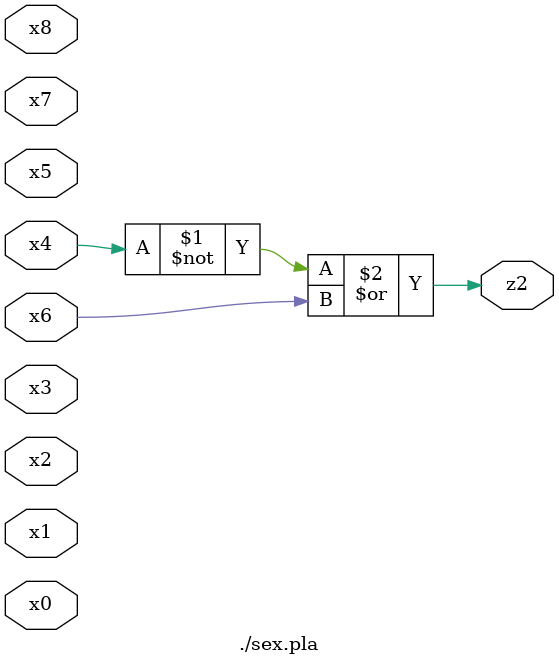
<source format=v>

module \./sex.pla  ( 
    x0, x1, x2, x3, x4, x5, x6, x7, x8,
    z2  );
  input  x0, x1, x2, x3, x4, x5, x6, x7, x8;
  output z2;
  assign z2 = ~x4 | x6;
endmodule



</source>
